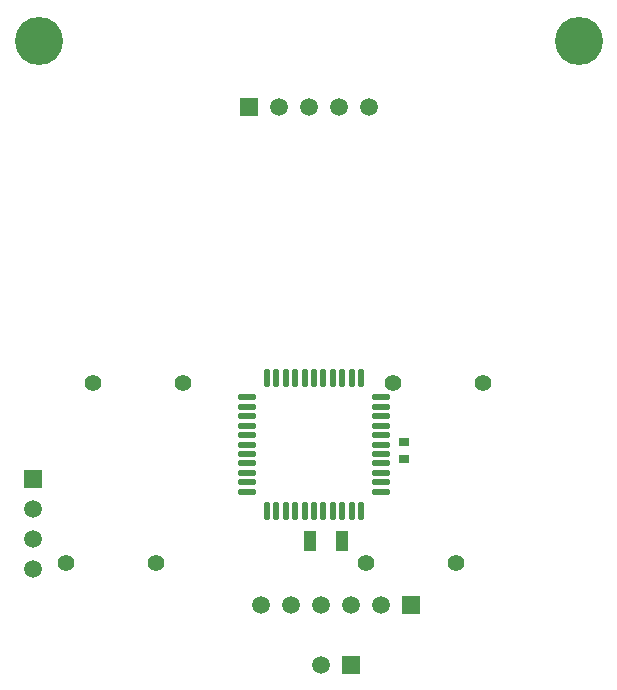
<source format=gbr>
G04 Layer_Color=255*
%FSLAX26Y26*%
%MOIN*%
%TF.FileFunction,Pads,Bot*%
%TF.Part,Single*%
G01*
G75*
%TA.AperFunction,SMDPad,CuDef*%
%ADD12R,0.035433X0.031496*%
%ADD13R,0.043307X0.066929*%
%TA.AperFunction,ComponentPad*%
%ADD19C,0.059055*%
%ADD20R,0.059055X0.059055*%
%ADD21C,0.055118*%
%ADD22R,0.059055X0.059055*%
%TA.AperFunction,ViaPad*%
%ADD23C,0.160000*%
%TA.AperFunction,SMDPad,CuDef*%
%ADD25O,0.062992X0.021654*%
%ADD26O,0.021654X0.062992*%
D12*
X2317559Y1806457D02*
D03*
Y1861575D02*
D03*
D13*
X2110709Y1534016D02*
D03*
X2004409D02*
D03*
D19*
X2040000Y1120000D02*
D03*
X1900000Y2980000D02*
D03*
X2000000D02*
D03*
X2100000D02*
D03*
X2200000D02*
D03*
X1080000Y1640000D02*
D03*
Y1540000D02*
D03*
Y1440000D02*
D03*
X1840000Y1320000D02*
D03*
X1940000D02*
D03*
X2040000D02*
D03*
X2140000D02*
D03*
X2240000D02*
D03*
D20*
X2140000Y1120000D02*
D03*
X1800000Y2980000D02*
D03*
X2340000Y1320000D02*
D03*
D21*
X1190000Y1460000D02*
D03*
X1490000D02*
D03*
X1280000Y2060000D02*
D03*
X1580000D02*
D03*
X2190000Y1460000D02*
D03*
X2490000D02*
D03*
X2280000Y2060000D02*
D03*
X2580000D02*
D03*
D22*
X1080000Y1740000D02*
D03*
D23*
X1100000Y3200000D02*
D03*
X2900000D02*
D03*
D25*
X2240000Y2011496D02*
D03*
Y1980000D02*
D03*
Y1948504D02*
D03*
Y1917008D02*
D03*
Y1885512D02*
D03*
Y1854016D02*
D03*
Y1822520D02*
D03*
Y1791024D02*
D03*
Y1759528D02*
D03*
Y1728032D02*
D03*
Y1696535D02*
D03*
X1795118D02*
D03*
Y1728032D02*
D03*
Y1759528D02*
D03*
Y1791024D02*
D03*
Y1822520D02*
D03*
Y1854016D02*
D03*
Y1885512D02*
D03*
Y1917008D02*
D03*
Y1948504D02*
D03*
Y1980000D02*
D03*
Y2011496D02*
D03*
D26*
X2175039Y1631575D02*
D03*
X2143543D02*
D03*
X2112047D02*
D03*
X2080551D02*
D03*
X2049055D02*
D03*
X2017559D02*
D03*
X1986063D02*
D03*
X1954567D02*
D03*
X1923071D02*
D03*
X1891575D02*
D03*
X1860079D02*
D03*
Y2076457D02*
D03*
X1891575D02*
D03*
X1923071D02*
D03*
X1954567D02*
D03*
X1986063D02*
D03*
X2017559D02*
D03*
X2049055D02*
D03*
X2080551D02*
D03*
X2112047D02*
D03*
X2143543D02*
D03*
X2175039D02*
D03*
%TF.MD5,9b059ac9a075c0aa6a932e3d06ab468d*%
M02*

</source>
